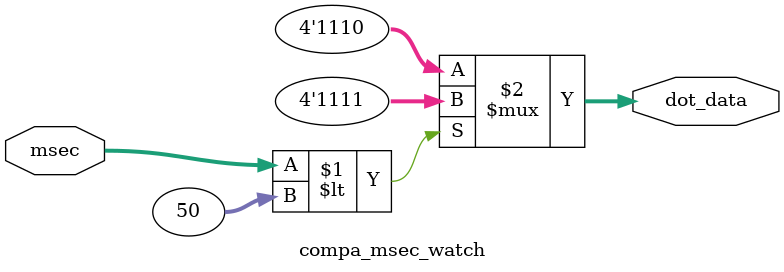
<source format=v>
module compa_msec_watch(
    input [6:0] msec,
    output [3:0] dot_data
);
    assign dot_data = (msec < 50) ? 4'hf : 4'he;


endmodule

</source>
